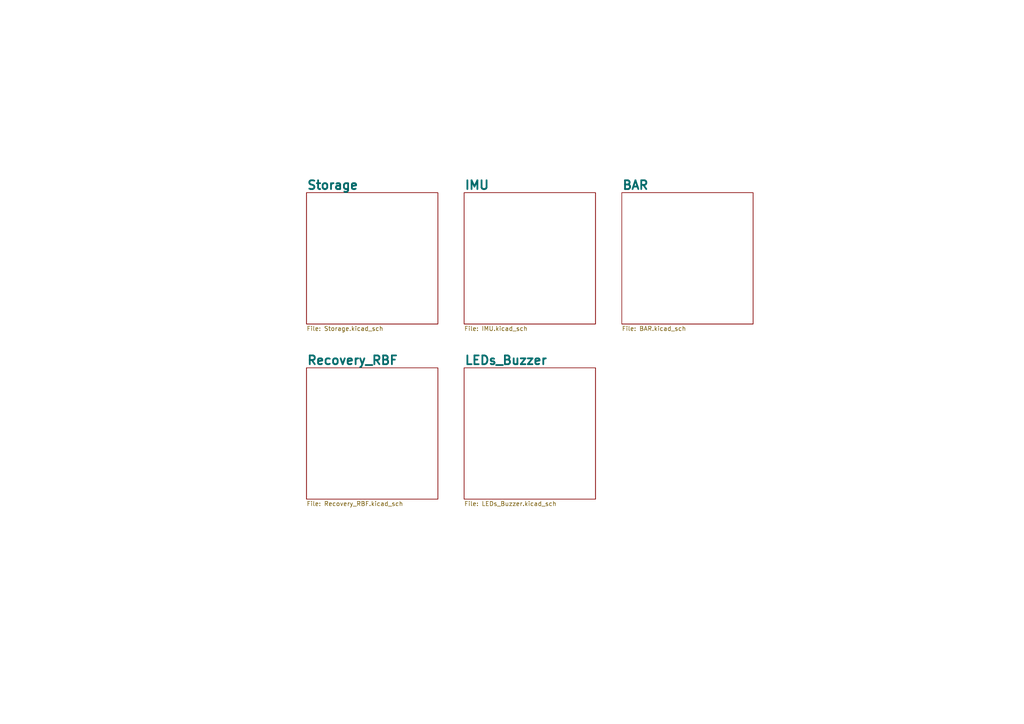
<source format=kicad_sch>
(kicad_sch
	(version 20231120)
	(generator "eeschema")
	(generator_version "8.0")
	(uuid "b696eb1b-3252-4011-82ae-70996cc72e41")
	(paper "A4")
	(lib_symbols)
	(sheet
		(at 88.9 106.68)
		(size 38.1 38.1)
		(fields_autoplaced yes)
		(stroke
			(width 0.1524)
			(type solid)
		)
		(fill
			(color 0 0 0 0.0000)
		)
		(uuid "24a2b9fb-1452-4e5a-bbf1-a4284cf22431")
		(property "Sheetname" "Recovery_RBF"
			(at 88.9 105.9684 0)
			(effects
				(font
					(size 2.54 2.54)
					(bold yes)
				)
				(justify left bottom)
			)
		)
		(property "Sheetfile" "Recovery_RBF.kicad_sch"
			(at 88.9 145.3646 0)
			(effects
				(font
					(size 1.27 1.27)
				)
				(justify left top)
			)
		)
		(instances
			(project "BRS_HW_v1"
				(path "/aaddc341-7c9c-4d67-a2d2-1ee9911ff161/d17c71db-c1f3-469e-adf8-de6c2c2c95c1"
					(page "9")
				)
			)
		)
	)
	(sheet
		(at 134.62 106.68)
		(size 38.1 38.1)
		(fields_autoplaced yes)
		(stroke
			(width 0.1524)
			(type solid)
		)
		(fill
			(color 0 0 0 0.0000)
		)
		(uuid "35cdabb6-5042-41d0-b772-d4f17cea8942")
		(property "Sheetname" "LEDs_Buzzer"
			(at 134.62 105.9684 0)
			(effects
				(font
					(size 2.54 2.54)
					(bold yes)
				)
				(justify left bottom)
			)
		)
		(property "Sheetfile" "LEDs_Buzzer.kicad_sch"
			(at 134.62 145.3646 0)
			(effects
				(font
					(size 1.27 1.27)
				)
				(justify left top)
			)
		)
		(instances
			(project "BRS_HW_v1"
				(path "/aaddc341-7c9c-4d67-a2d2-1ee9911ff161/d17c71db-c1f3-469e-adf8-de6c2c2c95c1"
					(page "8")
				)
			)
		)
	)
	(sheet
		(at 134.62 55.88)
		(size 38.1 38.1)
		(fields_autoplaced yes)
		(stroke
			(width 0.1524)
			(type solid)
		)
		(fill
			(color 0 0 0 0.0000)
		)
		(uuid "a45ce1e7-cf7b-4ef3-84f0-cabefa389d2a")
		(property "Sheetname" "IMU"
			(at 134.62 55.1684 0)
			(effects
				(font
					(size 2.54 2.54)
					(bold yes)
				)
				(justify left bottom)
			)
		)
		(property "Sheetfile" "IMU.kicad_sch"
			(at 134.62 94.5646 0)
			(effects
				(font
					(size 1.27 1.27)
				)
				(justify left top)
			)
		)
		(instances
			(project "BRS_HW_v1"
				(path "/aaddc341-7c9c-4d67-a2d2-1ee9911ff161/d17c71db-c1f3-469e-adf8-de6c2c2c95c1"
					(page "6")
				)
			)
		)
	)
	(sheet
		(at 180.34 55.88)
		(size 38.1 38.1)
		(fields_autoplaced yes)
		(stroke
			(width 0.1524)
			(type solid)
		)
		(fill
			(color 0 0 0 0.0000)
		)
		(uuid "f460cc1c-93f2-4820-9e4c-7ef8cf69cdb2")
		(property "Sheetname" "BAR"
			(at 180.34 55.1684 0)
			(effects
				(font
					(size 2.54 2.54)
					(bold yes)
				)
				(justify left bottom)
			)
		)
		(property "Sheetfile" "BAR.kicad_sch"
			(at 180.34 94.5646 0)
			(effects
				(font
					(size 1.27 1.27)
				)
				(justify left top)
			)
		)
		(instances
			(project "BRS_HW_v1"
				(path "/aaddc341-7c9c-4d67-a2d2-1ee9911ff161/d17c71db-c1f3-469e-adf8-de6c2c2c95c1"
					(page "7")
				)
			)
		)
	)
	(sheet
		(at 88.9 55.88)
		(size 38.1 38.1)
		(fields_autoplaced yes)
		(stroke
			(width 0.1524)
			(type solid)
		)
		(fill
			(color 0 0 0 0.0000)
		)
		(uuid "fe9dad9d-7335-4965-803f-66d749b7cbea")
		(property "Sheetname" "Storage"
			(at 88.9 55.1684 0)
			(effects
				(font
					(size 2.54 2.54)
					(bold yes)
				)
				(justify left bottom)
			)
		)
		(property "Sheetfile" "Storage.kicad_sch"
			(at 88.9 94.5646 0)
			(effects
				(font
					(size 1.27 1.27)
				)
				(justify left top)
			)
		)
		(instances
			(project "BRS_HW_v1"
				(path "/aaddc341-7c9c-4d67-a2d2-1ee9911ff161/d17c71db-c1f3-469e-adf8-de6c2c2c95c1"
					(page "5")
				)
			)
		)
	)
)

</source>
